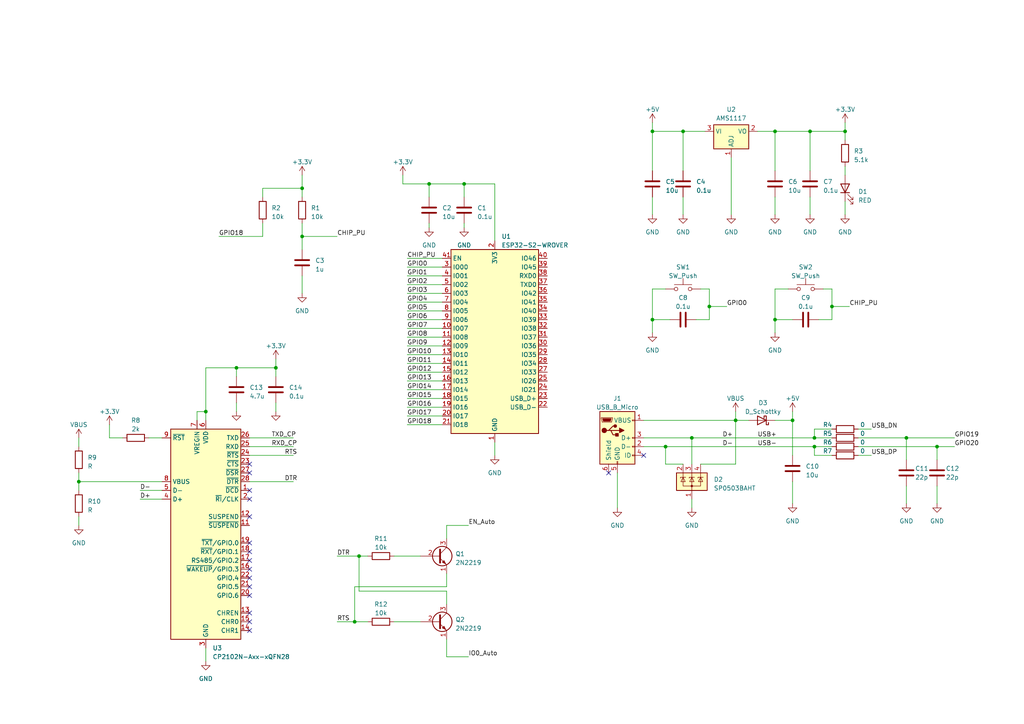
<source format=kicad_sch>
(kicad_sch (version 20230121) (generator eeschema)
  (paper "A4")
  (lib_symbols
    (symbol "Connector:USB_B_Micro" (pin_names (offset 1.016))
      (property "Reference" "J" (at -5.08 11.43 0))
      (property "Value" "USB_B_Micro" (at -5.08 8.89 0))
      (symbol "USB_B_Micro_0_1"
        (rectangle (start -5.08 -7.62) (end 5.08 7.62) (stroke (width 0.254)) (fill (type background)))
        (circle (center -3.81 2.159) (radius 0.635) (stroke (width 0.254)) (fill (type outline)))
        (circle (center -0.635 3.429) (radius 0.381) (stroke (width 0.254)) (fill (type outline)))
        (rectangle (start -0.127 -7.62) (end 0.127 -6.858))
        (polyline (pts (xy -1.905 2.159) (xy 0.635 2.159)) (stroke (width 0.254)))
        (polyline (pts (xy -3.175 2.159) (xy -2.54 2.159) (xy -1.27 3.429) (xy -0.635 3.429)) (stroke (width 0.254)))
        (polyline (pts (xy -2.54 2.159) (xy -1.905 2.159) (xy -1.27 0.889) (xy 0 0.889)) (stroke (width 0.254)))
        (polyline (pts (xy 0.635 2.794) (xy 0.635 1.524) (xy 1.905 2.159) (xy 0.635 2.794)) (stroke (width 0.254)) (fill (type outline)))
        (polyline (pts (xy -4.318 5.588) (xy -1.778 5.588) (xy -2.032 4.826) (xy -4.064 4.826) (xy -4.318 5.588)) (fill (type outline)))
        (polyline (pts (xy -4.699 5.842) (xy -4.699 5.588) (xy -4.445 4.826) (xy -4.445 4.572) (xy -1.651 4.572) (xy -1.651 4.826) (xy -1.397 5.588) (xy -1.397 5.842) (xy -4.699 5.842)))
        (rectangle (start 0.254 1.27) (end -0.508 0.508) (stroke (width 0.254)) (fill (type outline)))
        (rectangle (start 5.08 -5.207) (end 4.318 -4.953))
        (rectangle (start 5.08 -2.667) (end 4.318 -2.413))
        (rectangle (start 5.08 -0.127) (end 4.318 0.127))
        (rectangle (start 5.08 4.953) (end 4.318 5.207))
      )
      (symbol "USB_B_Micro_1_1"
        (pin power_out line (at 7.62 5.08 180) (length 2.54) (name "VBUS") (number "1"))
        (pin bidirectional line (at 7.62 -2.54 180) (length 2.54) (name "D-") (number "2"))
        (pin bidirectional line (at 7.62 0 180) (length 2.54) (name "D+") (number "3"))
        (pin passive line (at 7.62 -5.08 180) (length 2.54) (name "ID") (number "4"))
        (pin power_out line (at 0 -10.16 90) (length 2.54) (name "GND") (number "5"))
        (pin passive line (at -2.54 -10.16 90) (length 2.54) (name "Shield") (number "6"))
      )
    )
    (symbol "Device:C" (pin_numbers hide) (pin_names (offset 0.254))
      (property "Reference" "C" (at 0.635 2.54 0))
      (property "Value" "C" (at 0.635 -2.54 0))
      (symbol "C_0_1"
        (polyline (pts (xy -2.032 -0.762) (xy 2.032 -0.762)) (stroke (width 0.508)))
        (polyline (pts (xy -2.032 0.762) (xy 2.032 0.762)) (stroke (width 0.508)))
      )
      (symbol "C_1_1"
        (pin passive line (at 0 3.81 270) (length 2.794) (name "~") (number "1"))
        (pin passive line (at 0 -3.81 90) (length 2.794) (name "~") (number "2"))
      )
    )
    (symbol "Device:D_Schottky" (pin_numbers hide) (pin_names (offset 1.016) hide)
      (property "Reference" "D" (at 0 2.54 0))
      (property "Value" "D_Schottky" (at 0 -2.54 0))
      (symbol "D_Schottky_0_1"
        (polyline (pts (xy 1.27 0) (xy -1.27 0)))
        (polyline (pts (xy 1.27 1.27) (xy 1.27 -1.27) (xy -1.27 0) (xy 1.27 1.27)) (stroke (width 0.254)))
        (polyline (pts (xy -1.905 0.635) (xy -1.905 1.27) (xy -1.27 1.27) (xy -1.27 -1.27) (xy -0.635 -1.27) (xy -0.635 -0.635)) (stroke (width 0.254)))
      )
      (symbol "D_Schottky_1_1"
        (pin passive line (at -3.81 0 0) (length 2.54) (name "K") (number "1"))
        (pin passive line (at 3.81 0 180) (length 2.54) (name "A") (number "2"))
      )
    )
    (symbol "Device:LED" (pin_numbers hide) (pin_names (offset 1.016) hide)
      (property "Reference" "D" (at 0 2.54 0))
      (property "Value" "LED" (at 0 -2.54 0))
      (symbol "LED_0_1"
        (polyline (pts (xy -1.27 -1.27) (xy -1.27 1.27)) (stroke (width 0.254)))
        (polyline (pts (xy -1.27 0) (xy 1.27 0)))
        (polyline (pts (xy 1.27 -1.27) (xy 1.27 1.27) (xy -1.27 0) (xy 1.27 -1.27)) (stroke (width 0.254)))
        (polyline (pts (xy -3.048 -0.762) (xy -4.572 -2.286) (xy -3.81 -2.286) (xy -4.572 -2.286) (xy -4.572 -1.524)))
        (polyline (pts (xy -1.778 -0.762) (xy -3.302 -2.286) (xy -2.54 -2.286) (xy -3.302 -2.286) (xy -3.302 -1.524)))
      )
      (symbol "LED_1_1"
        (pin passive line (at -3.81 0 0) (length 2.54) (name "K") (number "1"))
        (pin passive line (at 3.81 0 180) (length 2.54) (name "A") (number "2"))
      )
    )
    (symbol "Device:R" (pin_numbers hide) (pin_names (offset 0))
      (property "Reference" "R" (at 2.032 0 90))
      (property "Value" "R" (at 0 0 90))
      (symbol "R_0_1"
        (rectangle (start -1.016 -2.54) (end 1.016 2.54) (stroke (width 0.254)))
      )
      (symbol "R_1_1"
        (pin passive line (at 0 3.81 270) (length 1.27) (name "~") (number "1"))
        (pin passive line (at 0 -3.81 90) (length 1.27) (name "~") (number "2"))
      )
    )
    (symbol "Interface_USB:CP2102N-Axx-xQFN28"
      (property "Reference" "U" (at -8.89 31.75 0))
      (property "Value" "CP2102N-Axx-xQFN28" (at 12.7 31.75 0))
      (symbol "CP2102N-Axx-xQFN28_0_1"
        (rectangle (start -10.16 30.48) (end 10.16 -30.48) (stroke (width 0.254)) (fill (type background)))
      )
      (symbol "CP2102N-Axx-xQFN28_1_1"
        (pin input line (at 12.7 12.7 180) (length 2.54) (name "~{DCD}") (number "1"))
        (pin no_connect line (at -10.16 -27.94 0) (length 2.54) hide (name "NC") (number "10"))
        (pin output line (at 12.7 2.54 180) (length 2.54) (name "~{SUSPEND}") (number "11"))
        (pin output line (at 12.7 5.08 180) (length 2.54) (name "SUSPEND") (number "12"))
        (pin output line (at 12.7 -22.86 180) (length 2.54) (name "CHREN") (number "13"))
        (pin output line (at 12.7 -27.94 180) (length 2.54) (name "CHR1") (number "14"))
        (pin output line (at 12.7 -25.4 180) (length 2.54) (name "CHR0") (number "15"))
        (pin bidirectional line (at 12.7 -10.16 180) (length 2.54) (name "~{WAKEUP}/GPIO.3") (number "16"))
        (pin bidirectional line (at 12.7 -7.62 180) (length 2.54) (name "RS485/GPIO.2") (number "17"))
        (pin bidirectional line (at 12.7 -5.08 180) (length 2.54) (name "~{RXT}/GPIO.1") (number "18"))
        (pin bidirectional line (at 12.7 -2.54 180) (length 2.54) (name "~{TXT}/GPIO.0") (number "19"))
        (pin bidirectional line (at 12.7 10.16 180) (length 2.54) (name "~{RI}/CLK") (number "2"))
        (pin bidirectional line (at 12.7 -17.78 180) (length 2.54) (name "GPIO.6") (number "20"))
        (pin bidirectional line (at 12.7 -15.24 180) (length 2.54) (name "GPIO.5") (number "21"))
        (pin bidirectional line (at 12.7 -12.7 180) (length 2.54) (name "GPIO.4") (number "22"))
        (pin input line (at 12.7 20.32 180) (length 2.54) (name "~{CTS}") (number "23"))
        (pin output line (at 12.7 22.86 180) (length 2.54) (name "~{RTS}") (number "24"))
        (pin input line (at 12.7 25.4 180) (length 2.54) (name "RXD") (number "25"))
        (pin output line (at 12.7 27.94 180) (length 2.54) (name "TXD") (number "26"))
        (pin input line (at 12.7 17.78 180) (length 2.54) (name "~{DSR}") (number "27"))
        (pin output line (at 12.7 15.24 180) (length 2.54) (name "~{DTR}") (number "28"))
        (pin passive line (at 0 -33.02 90) (length 2.54) hide (name "GND") (number "29"))
        (pin power_in line (at 0 -33.02 90) (length 2.54) (name "GND") (number "3"))
        (pin bidirectional line (at -12.7 10.16 0) (length 2.54) (name "D+") (number "4"))
        (pin bidirectional line (at -12.7 12.7 0) (length 2.54) (name "D-") (number "5"))
        (pin power_in line (at 0 33.02 270) (length 2.54) (name "VDD") (number "6"))
        (pin power_in line (at -2.54 33.02 270) (length 2.54) (name "VREGIN") (number "7"))
        (pin input line (at -12.7 15.24 0) (length 2.54) (name "VBUS") (number "8"))
        (pin input line (at -12.7 27.94 0) (length 2.54) (name "~{RST}") (number "9"))
      )
    )
    (symbol "Power_Protection:SP0503BAHT" (pin_names hide)
      (property "Reference" "D" (at 5.715 2.54 0))
      (property "Value" "SP0503BAHT" (at 5.715 0.635 0))
      (symbol "SP0503BAHT_0_0"
        (pin passive line (at 0 -5.08 90) (length 2.54) (name "A") (number "1"))
      )
      (symbol "SP0503BAHT_0_1"
        (rectangle (start -4.445 2.54) (end 4.445 -2.54) (stroke (width 0.254)) (fill (type background)))
        (circle (center 0 -1.27) (radius 0.254) (fill (type outline)))
        (polyline (pts (xy -2.54 2.54) (xy -2.54 1.27)))
        (polyline (pts (xy 0 -1.27) (xy 0 -2.54)))
        (polyline (pts (xy 0 -1.27) (xy 0 1.27)))
        (polyline (pts (xy 0 2.54) (xy 0 1.27)))
        (polyline (pts (xy 0.635 1.27) (xy 0.762 1.27)))
        (polyline (pts (xy 2.54 2.54) (xy 2.54 1.27)))
        (polyline (pts (xy 0.635 1.27) (xy -0.762 1.27) (xy -0.762 1.016)))
        (polyline (pts (xy -3.302 1.016) (xy -3.302 1.27) (xy -1.905 1.27) (xy -1.778 1.27)))
        (polyline (pts (xy -2.54 1.27) (xy -2.54 -1.27) (xy 2.54 -1.27) (xy 2.54 1.27)))
        (polyline (pts (xy -2.54 1.27) (xy -1.905 0) (xy -3.175 0) (xy -2.54 1.27)))
        (polyline (pts (xy 0.635 0) (xy -0.635 0) (xy 0 1.27) (xy 0.635 0)))
        (polyline (pts (xy 1.778 1.016) (xy 1.778 1.27) (xy 3.175 1.27) (xy 3.302 1.27)))
        (polyline (pts (xy 2.54 1.27) (xy 1.905 0) (xy 3.175 0) (xy 2.54 1.27)))
      )
      (symbol "SP0503BAHT_1_1"
        (pin passive line (at -2.54 5.08 270) (length 2.54) (name "K") (number "2"))
        (pin passive line (at 0 5.08 270) (length 2.54) (name "K") (number "3"))
        (pin passive line (at 2.54 5.08 270) (length 2.54) (name "K") (number "4"))
      )
    )
    (symbol "RF_Module:ESP32-S2-WROVER"
      (property "Reference" "U" (at -12.7 29.21 0))
      (property "Value" "ESP32-S2-WROVER" (at 2.54 29.21 0))
      (symbol "ESP32-S2-WROVER_0_1"
        (rectangle (start -12.7 27.94) (end 12.7 -25.4) (stroke (width 0.254)) (fill (type background)))
      )
      (symbol "ESP32-S2-WROVER_1_1"
        (pin power_in line (at 0 -27.94 90) (length 2.54) (name "GND") (number "1"))
        (pin bidirectional line (at -15.24 5.08 0) (length 2.54) (name "IO07") (number "10"))
        (pin bidirectional line (at -15.24 2.54 0) (length 2.54) (name "IO08") (number "11"))
        (pin bidirectional line (at -15.24 0 0) (length 2.54) (name "IO09") (number "12"))
        (pin bidirectional line (at -15.24 -2.54 0) (length 2.54) (name "IO10") (number "13"))
        (pin bidirectional line (at -15.24 -5.08 0) (length 2.54) (name "IO11") (number "14"))
        (pin bidirectional line (at -15.24 -7.62 0) (length 2.54) (name "IO12") (number "15"))
        (pin bidirectional line (at -15.24 -10.16 0) (length 2.54) (name "IO13") (number "16"))
        (pin bidirectional line (at -15.24 -12.7 0) (length 2.54) (name "IO14") (number "17"))
        (pin bidirectional line (at -15.24 -15.24 0) (length 2.54) (name "IO15") (number "18"))
        (pin bidirectional line (at -15.24 -17.78 0) (length 2.54) (name "IO16") (number "19"))
        (pin power_in line (at 0 30.48 270) (length 2.54) (name "3V3") (number "2"))
        (pin bidirectional line (at -15.24 -20.32 0) (length 2.54) (name "IO17") (number "20"))
        (pin bidirectional line (at -15.24 -22.86 0) (length 2.54) (name "IO18") (number "21"))
        (pin bidirectional line (at 15.24 -17.78 180) (length 2.54) (name "USB_D-") (number "22"))
        (pin bidirectional line (at 15.24 -15.24 180) (length 2.54) (name "USB_D+") (number "23"))
        (pin bidirectional line (at 15.24 -12.7 180) (length 2.54) (name "IO21") (number "24"))
        (pin bidirectional line (at 15.24 -10.16 180) (length 2.54) (name "IO26") (number "25"))
        (pin passive line (at 0 -27.94 90) (length 2.54) hide (name "GND") (number "26"))
        (pin bidirectional line (at 15.24 -7.62 180) (length 2.54) (name "IO33") (number "27"))
        (pin bidirectional line (at 15.24 -5.08 180) (length 2.54) (name "IO34") (number "28"))
        (pin bidirectional line (at 15.24 -2.54 180) (length 2.54) (name "IO35") (number "29"))
        (pin bidirectional line (at -15.24 22.86 0) (length 2.54) (name "IO00") (number "3"))
        (pin bidirectional line (at 15.24 0 180) (length 2.54) (name "IO36") (number "30"))
        (pin bidirectional line (at 15.24 2.54 180) (length 2.54) (name "IO37") (number "31"))
        (pin bidirectional line (at 15.24 5.08 180) (length 2.54) (name "IO38") (number "32"))
        (pin bidirectional line (at 15.24 7.62 180) (length 2.54) (name "IO39") (number "33"))
        (pin bidirectional line (at 15.24 10.16 180) (length 2.54) (name "IO40") (number "34"))
        (pin bidirectional line (at 15.24 12.7 180) (length 2.54) (name "IO41") (number "35"))
        (pin bidirectional line (at 15.24 15.24 180) (length 2.54) (name "IO42") (number "36"))
        (pin bidirectional line (at 15.24 17.78 180) (length 2.54) (name "TXD0") (number "37"))
        (pin bidirectional line (at 15.24 20.32 180) (length 2.54) (name "RXD0") (number "38"))
        (pin bidirectional line (at 15.24 22.86 180) (length 2.54) (name "IO45") (number "39"))
        (pin bidirectional line (at -15.24 20.32 0) (length 2.54) (name "IO01") (number "4"))
        (pin input line (at 15.24 25.4 180) (length 2.54) (name "IO46") (number "40"))
        (pin input line (at -15.24 25.4 0) (length 2.54) (name "EN") (number "41"))
        (pin passive line (at 0 -27.94 90) (length 2.54) hide (name "GND") (number "42"))
        (pin passive line (at 0 -27.94 90) (length 2.54) hide (name "GND") (number "43"))
        (pin bidirectional line (at -15.24 17.78 0) (length 2.54) (name "IO02") (number "5"))
        (pin bidirectional line (at -15.24 15.24 0) (length 2.54) (name "IO03") (number "6"))
        (pin bidirectional line (at -15.24 12.7 0) (length 2.54) (name "IO04") (number "7"))
        (pin bidirectional line (at -15.24 10.16 0) (length 2.54) (name "IO05") (number "8"))
        (pin bidirectional line (at -15.24 7.62 0) (length 2.54) (name "IO06") (number "9"))
      )
    )
    (symbol "Regulator_Linear:AMS1117"
      (property "Reference" "U" (at -3.81 3.175 0))
      (property "Value" "AMS1117" (at 0 3.175 0))
      (symbol "AMS1117_0_1"
        (rectangle (start -5.08 -5.08) (end 5.08 1.905) (stroke (width 0.254)) (fill (type background)))
      )
      (symbol "AMS1117_1_1"
        (pin input line (at 0 -7.62 90) (length 2.54) (name "ADJ") (number "1"))
        (pin power_out line (at 7.62 0 180) (length 2.54) (name "VO") (number "2"))
        (pin power_in line (at -7.62 0 0) (length 2.54) (name "VI") (number "3"))
      )
    )
    (symbol "Switch:SW_Push" (pin_numbers hide) (pin_names (offset 1.016) hide)
      (property "Reference" "SW" (at 1.27 2.54 0))
      (property "Value" "SW_Push" (at 0 -1.524 0))
      (symbol "SW_Push_0_1"
        (circle (center -2.032 0) (radius 0.508))
        (polyline (pts (xy 0 1.27) (xy 0 3.048)))
        (polyline (pts (xy 2.54 1.27) (xy -2.54 1.27)))
        (circle (center 2.032 0) (radius 0.508))
        (pin passive line (at -5.08 0 0) (length 2.54) (name "1") (number "1"))
        (pin passive line (at 5.08 0 180) (length 2.54) (name "2") (number "2"))
      )
    )
    (symbol "Transistor_BJT:2N2219" (pin_names (offset 0) hide)
      (property "Reference" "Q" (at 5.08 1.905 0))
      (property "Value" "2N2219" (at 5.08 0 0))
      (symbol "2N2219_0_1"
        (polyline (pts (xy 0.635 0.635) (xy 2.54 2.54)))
        (polyline (pts (xy 0.635 -0.635) (xy 2.54 -2.54) (xy 2.54 -2.54)))
        (polyline (pts (xy 0.635 1.905) (xy 0.635 -1.905) (xy 0.635 -1.905)) (stroke (width 0.508)))
        (polyline (pts (xy 1.27 -1.778) (xy 1.778 -1.27) (xy 2.286 -2.286) (xy 1.27 -1.778) (xy 1.27 -1.778)) (fill (type outline)))
        (circle (center 1.27 0) (radius 2.8194) (stroke (width 0.254)))
      )
      (symbol "2N2219_1_1"
        (pin passive line (at 2.54 -5.08 90) (length 2.54) (name "E") (number "1"))
        (pin passive line (at -5.08 0 0) (length 5.715) (name "B") (number "2"))
        (pin passive line (at 2.54 5.08 270) (length 2.54) (name "C") (number "3"))
      )
    )
    (symbol "power:+3.3V" (power) (pin_names (offset 0))
      (property "Value" "+3.3V" (at 0 3.556 0))
      (symbol "+3.3V_0_1"
        (polyline (pts (xy -0.762 1.27) (xy 0 2.54)))
        (polyline (pts (xy 0 0) (xy 0 2.54)))
        (polyline (pts (xy 0 2.54) (xy 0.762 1.27)))
      )
      (symbol "+3.3V_1_1"
        (pin power_in line (at 0 0 90) (length 0) hide (name "+3.3V") (number "1"))
      )
    )
    (symbol "power:+5V" (power) (pin_names (offset 0))
      (property "Value" "+5V" (at 0 3.556 0))
      (symbol "+5V_0_1"
        (polyline (pts (xy -0.762 1.27) (xy 0 2.54)))
        (polyline (pts (xy 0 0) (xy 0 2.54)))
        (polyline (pts (xy 0 2.54) (xy 0.762 1.27)))
      )
      (symbol "+5V_1_1"
        (pin power_in line (at 0 0 90) (length 0) hide (name "+5V") (number "1"))
      )
    )
    (symbol "power:GND" (power) (pin_names (offset 0))
      (property "Value" "GND" (at 0 -3.81 0))
      (symbol "GND_0_1"
        (polyline (pts (xy 0 0) (xy 0 -1.27) (xy 1.27 -1.27) (xy 0 -2.54) (xy -1.27 -1.27) (xy 0 -1.27)))
      )
      (symbol "GND_1_1"
        (pin power_in line (at 0 0 270) (length 0) hide (name "GND") (number "1"))
      )
    )
    (symbol "power:VBUS" (power) (pin_names (offset 0))
      (property "Value" "VBUS" (at 0 3.81 0))
      (symbol "VBUS_0_1"
        (polyline (pts (xy -0.762 1.27) (xy 0 2.54)))
        (polyline (pts (xy 0 0) (xy 0 2.54)))
        (polyline (pts (xy 0 2.54) (xy 0.762 1.27)))
      )
      (symbol "VBUS_1_1"
        (pin power_in line (at 0 0 90) (length 0) hide (name "VBUS") (number "1"))
      )
    )
  )
  (junction (at 134.62 53.34))
  (junction (at 236.22 127))
  (junction (at 224.79 38.1))
  (junction (at 200.66 127))
  (junction (at 236.22 129.54))
  (junction (at 224.79 92.71))
  (junction (at 245.11 38.1))
  (junction (at 189.23 38.1))
  (junction (at 213.36 121.92))
  (junction (at 189.23 92.71))
  (junction (at 22.86 139.7))
  (junction (at 234.95 38.1))
  (junction (at 198.12 38.1))
  (junction (at 205.74 88.9))
  (junction (at 241.3 88.9))
  (junction (at 68.58 106.68))
  (junction (at 124.46 53.34))
  (junction (at 80.01 106.68))
  (junction (at 104.14 161.29))
  (junction (at 193.04 129.54))
  (junction (at 271.78 129.54))
  (junction (at 262.89 127))
  (junction (at 87.63 54.61))
  (junction (at 59.69 119.38))
  (junction (at 87.63 68.58))
  (junction (at 229.87 121.92))
  (junction (at 102.87 180.34))
  (no_connect (at 72.39 167.64))
  (no_connect (at 72.39 165.1))
  (no_connect (at 186.69 132.08))
  (no_connect (at 72.39 180.34))
  (no_connect (at 72.39 134.62))
  (no_connect (at 72.39 172.72))
  (no_connect (at 72.39 160.02))
  (no_connect (at 72.39 177.8))
  (no_connect (at 72.39 157.48))
  (no_connect (at 72.39 144.78))
  (no_connect (at 72.39 137.16))
  (no_connect (at 72.39 162.56))
  (no_connect (at 72.39 170.18))
  (no_connect (at 72.39 182.88))
  (no_connect (at 72.39 142.24))
  (no_connect (at 176.53 137.16))
  (no_connect (at 72.39 149.86))
  (wire (pts (xy 237.49 92.71) (xy 241.3 92.71)))
  (wire (pts (xy 205.74 92.71) (xy 205.74 88.9)))
  (wire (pts (xy 129.54 152.4) (xy 129.54 156.21)))
  (wire (pts (xy 114.3 180.34) (xy 121.92 180.34)))
  (wire (pts (xy 134.62 53.34) (xy 134.62 57.15)))
  (wire (pts (xy 271.78 129.54) (xy 276.86 129.54)))
  (wire (pts (xy 118.11 92.71) (xy 128.27 92.71)))
  (wire (pts (xy 104.14 161.29) (xy 106.68 161.29)))
  (wire (pts (xy 189.23 83.82) (xy 189.23 92.71)))
  (wire (pts (xy 118.11 110.49) (xy 128.27 110.49)))
  (wire (pts (xy 40.64 144.78) (xy 46.99 144.78)))
  (wire (pts (xy 80.01 106.68) (xy 80.01 109.22)))
  (wire (pts (xy 72.39 127) (xy 85.09 127)))
  (wire (pts (xy 22.86 149.86) (xy 22.86 152.4)))
  (wire (pts (xy 229.87 121.92) (xy 229.87 119.38)))
  (wire (pts (xy 193.04 129.54) (xy 236.22 129.54)))
  (wire (pts (xy 63.5 68.58) (xy 76.2 68.58)))
  (wire (pts (xy 205.74 88.9) (xy 210.82 88.9)))
  (wire (pts (xy 234.95 38.1) (xy 245.11 38.1)))
  (wire (pts (xy 213.36 121.92) (xy 213.36 134.62)))
  (wire (pts (xy 193.04 134.62) (xy 198.12 134.62)))
  (wire (pts (xy 22.86 127) (xy 22.86 129.54)))
  (wire (pts (xy 104.14 171.45) (xy 104.14 161.29)))
  (wire (pts (xy 57.15 119.38) (xy 59.69 119.38)))
  (wire (pts (xy 134.62 64.77) (xy 134.62 66.04)))
  (wire (pts (xy 271.78 140.97) (xy 271.78 146.05)))
  (wire (pts (xy 68.58 116.84) (xy 68.58 119.38)))
  (wire (pts (xy 59.69 106.68) (xy 68.58 106.68)))
  (wire (pts (xy 224.79 57.15) (xy 224.79 62.23)))
  (wire (pts (xy 213.36 134.62) (xy 203.2 134.62)))
  (wire (pts (xy 102.87 180.34) (xy 106.68 180.34)))
  (wire (pts (xy 248.92 132.08) (xy 252.73 132.08)))
  (wire (pts (xy 205.74 83.82) (xy 203.2 83.82)))
  (wire (pts (xy 72.39 129.54) (xy 85.09 129.54)))
  (wire (pts (xy 68.58 106.68) (xy 80.01 106.68)))
  (wire (pts (xy 186.69 127) (xy 200.66 127)))
  (wire (pts (xy 87.63 64.77) (xy 87.63 68.58)))
  (wire (pts (xy 248.92 124.46) (xy 252.73 124.46)))
  (wire (pts (xy 31.75 127) (xy 31.75 123.19)))
  (wire (pts (xy 114.3 161.29) (xy 121.92 161.29)))
  (wire (pts (xy 224.79 38.1) (xy 224.79 49.53)))
  (wire (pts (xy 116.84 50.8) (xy 116.84 53.34)))
  (wire (pts (xy 80.01 116.84) (xy 80.01 119.38)))
  (wire (pts (xy 241.3 92.71) (xy 241.3 88.9)))
  (wire (pts (xy 189.23 92.71) (xy 194.31 92.71)))
  (wire (pts (xy 116.84 53.34) (xy 124.46 53.34)))
  (wire (pts (xy 224.79 83.82) (xy 224.79 92.71)))
  (wire (pts (xy 189.23 57.15) (xy 189.23 62.23)))
  (wire (pts (xy 262.89 127) (xy 276.86 127)))
  (wire (pts (xy 234.95 38.1) (xy 234.95 49.53)))
  (wire (pts (xy 118.11 100.33) (xy 128.27 100.33)))
  (wire (pts (xy 129.54 175.26) (xy 129.54 171.45)))
  (wire (pts (xy 241.3 88.9) (xy 246.38 88.9)))
  (wire (pts (xy 135.89 190.5) (xy 129.54 190.5)))
  (wire (pts (xy 87.63 68.58) (xy 87.63 72.39)))
  (wire (pts (xy 57.15 121.92) (xy 57.15 119.38)))
  (wire (pts (xy 186.69 129.54) (xy 193.04 129.54)))
  (wire (pts (xy 87.63 50.8) (xy 87.63 54.61)))
  (wire (pts (xy 40.64 142.24) (xy 46.99 142.24)))
  (wire (pts (xy 189.23 35.56) (xy 189.23 38.1)))
  (wire (pts (xy 248.92 127) (xy 262.89 127)))
  (wire (pts (xy 241.3 88.9) (xy 241.3 83.82)))
  (wire (pts (xy 200.66 127) (xy 200.66 134.62)))
  (wire (pts (xy 118.11 118.11) (xy 128.27 118.11)))
  (wire (pts (xy 129.54 166.37) (xy 129.54 170.18)))
  (wire (pts (xy 241.3 83.82) (xy 238.76 83.82)))
  (wire (pts (xy 262.89 127) (xy 262.89 133.35)))
  (wire (pts (xy 118.11 80.01) (xy 128.27 80.01)))
  (wire (pts (xy 135.89 152.4) (xy 129.54 152.4)))
  (wire (pts (xy 229.87 121.92) (xy 229.87 132.08)))
  (wire (pts (xy 68.58 106.68) (xy 68.58 109.22)))
  (wire (pts (xy 102.87 170.18) (xy 102.87 180.34)))
  (wire (pts (xy 87.63 54.61) (xy 87.63 57.15)))
  (wire (pts (xy 245.11 58.42) (xy 245.11 62.23)))
  (wire (pts (xy 189.23 92.71) (xy 189.23 96.52)))
  (wire (pts (xy 59.69 106.68) (xy 59.69 119.38)))
  (wire (pts (xy 129.54 170.18) (xy 102.87 170.18)))
  (wire (pts (xy 22.86 139.7) (xy 46.99 139.7)))
  (wire (pts (xy 129.54 171.45) (xy 104.14 171.45)))
  (wire (pts (xy 118.11 87.63) (xy 128.27 87.63)))
  (wire (pts (xy 134.62 53.34) (xy 143.51 53.34)))
  (wire (pts (xy 245.11 38.1) (xy 245.11 40.64)))
  (wire (pts (xy 118.11 115.57) (xy 128.27 115.57)))
  (wire (pts (xy 236.22 127) (xy 236.22 124.46)))
  (wire (pts (xy 87.63 80.01) (xy 87.63 85.09)))
  (wire (pts (xy 213.36 121.92) (xy 217.17 121.92)))
  (wire (pts (xy 118.11 74.93) (xy 128.27 74.93)))
  (wire (pts (xy 118.11 102.87) (xy 128.27 102.87)))
  (wire (pts (xy 193.04 129.54) (xy 193.04 134.62)))
  (wire (pts (xy 236.22 129.54) (xy 236.22 132.08)))
  (wire (pts (xy 143.51 128.27) (xy 143.51 132.08)))
  (wire (pts (xy 118.11 97.79) (xy 128.27 97.79)))
  (wire (pts (xy 213.36 119.38) (xy 213.36 121.92)))
  (wire (pts (xy 97.79 180.34) (xy 102.87 180.34)))
  (wire (pts (xy 118.11 82.55) (xy 128.27 82.55)))
  (wire (pts (xy 118.11 123.19) (xy 128.27 123.19)))
  (wire (pts (xy 245.11 48.26) (xy 245.11 50.8)))
  (wire (pts (xy 129.54 190.5) (xy 129.54 185.42)))
  (wire (pts (xy 245.11 35.56) (xy 245.11 38.1)))
  (wire (pts (xy 118.11 113.03) (xy 128.27 113.03)))
  (wire (pts (xy 212.09 45.72) (xy 212.09 62.23)))
  (wire (pts (xy 198.12 38.1) (xy 198.12 49.53)))
  (wire (pts (xy 35.56 127) (xy 31.75 127)))
  (wire (pts (xy 124.46 64.77) (xy 124.46 66.04)))
  (wire (pts (xy 118.11 77.47) (xy 128.27 77.47)))
  (wire (pts (xy 229.87 139.7) (xy 229.87 146.05)))
  (wire (pts (xy 97.79 161.29) (xy 104.14 161.29)))
  (wire (pts (xy 248.92 129.54) (xy 271.78 129.54)))
  (wire (pts (xy 59.69 119.38) (xy 59.69 121.92)))
  (wire (pts (xy 236.22 129.54) (xy 241.3 129.54)))
  (wire (pts (xy 236.22 127) (xy 241.3 127)))
  (wire (pts (xy 118.11 107.95) (xy 128.27 107.95)))
  (wire (pts (xy 193.04 83.82) (xy 189.23 83.82)))
  (wire (pts (xy 224.79 92.71) (xy 224.79 96.52)))
  (wire (pts (xy 224.79 38.1) (xy 234.95 38.1)))
  (wire (pts (xy 22.86 137.16) (xy 22.86 139.7)))
  (wire (pts (xy 189.23 38.1) (xy 189.23 49.53)))
  (wire (pts (xy 72.39 132.08) (xy 85.09 132.08)))
  (wire (pts (xy 118.11 120.65) (xy 128.27 120.65)))
  (wire (pts (xy 87.63 54.61) (xy 76.2 54.61)))
  (wire (pts (xy 234.95 57.15) (xy 234.95 62.23)))
  (wire (pts (xy 118.11 95.25) (xy 128.27 95.25)))
  (wire (pts (xy 76.2 68.58) (xy 76.2 64.77)))
  (wire (pts (xy 224.79 121.92) (xy 229.87 121.92)))
  (wire (pts (xy 198.12 38.1) (xy 204.47 38.1)))
  (wire (pts (xy 236.22 132.08) (xy 241.3 132.08)))
  (wire (pts (xy 76.2 54.61) (xy 76.2 57.15)))
  (wire (pts (xy 271.78 129.54) (xy 271.78 133.35)))
  (wire (pts (xy 236.22 124.46) (xy 241.3 124.46)))
  (wire (pts (xy 224.79 92.71) (xy 229.87 92.71)))
  (wire (pts (xy 205.74 88.9) (xy 205.74 83.82)))
  (wire (pts (xy 80.01 104.14) (xy 80.01 106.68)))
  (wire (pts (xy 87.63 68.58) (xy 97.79 68.58)))
  (wire (pts (xy 198.12 57.15) (xy 198.12 62.23)))
  (wire (pts (xy 200.66 144.78) (xy 200.66 147.32)))
  (wire (pts (xy 72.39 139.7) (xy 85.09 139.7)))
  (wire (pts (xy 201.93 92.71) (xy 205.74 92.71)))
  (wire (pts (xy 228.6 83.82) (xy 224.79 83.82)))
  (wire (pts (xy 43.18 127) (xy 46.99 127)))
  (wire (pts (xy 179.07 137.16) (xy 179.07 147.32)))
  (wire (pts (xy 59.69 187.96) (xy 59.69 191.77)))
  (wire (pts (xy 200.66 127) (xy 236.22 127)))
  (wire (pts (xy 219.71 38.1) (xy 224.79 38.1)))
  (wire (pts (xy 189.23 38.1) (xy 198.12 38.1)))
  (wire (pts (xy 124.46 53.34) (xy 124.46 57.15)))
  (wire (pts (xy 22.86 139.7) (xy 22.86 142.24)))
  (wire (pts (xy 262.89 140.97) (xy 262.89 146.05)))
  (wire (pts (xy 118.11 90.17) (xy 128.27 90.17)))
  (wire (pts (xy 118.11 105.41) (xy 128.27 105.41)))
  (wire (pts (xy 186.69 121.92) (xy 213.36 121.92)))
  (wire (pts (xy 124.46 53.34) (xy 134.62 53.34)))
  (wire (pts (xy 118.11 85.09) (xy 128.27 85.09)))
  (wire (pts (xy 143.51 53.34) (xy 143.51 69.85)))
  (label "GPIO6" (at 118.11 92.71 0))
  (label "USB_DP" (at 252.73 132.08 0))
  (label "USB+" (at 219.71 127 0))
  (label "GPIO13" (at 118.11 110.49 0))
  (label "GPIO16" (at 118.11 118.11 0))
  (label "GPIO9" (at 118.11 100.33 0))
  (label "RTS" (at 97.79 180.34 0))
  (label "D+" (at 209.55 127 0))
  (label "GPIO18" (at 63.5 68.58 0))
  (label "GPIO18" (at 118.11 123.19 0))
  (label "GPIO17" (at 118.11 120.65 0))
  (label "GPIO12" (at 118.11 107.95 0))
  (label "GPIO1" (at 118.11 80.01 0))
  (label "GPIO14" (at 118.11 113.03 0))
  (label "GPIO10" (at 118.11 102.87 0))
  (label "EN_Auto" (at 135.89 152.4 0))
  (label "GPIO15" (at 118.11 115.57 0))
  (label "D-" (at 40.64 142.24 0))
  (label "TXD_CP" (at 78.74 127 0))
  (label "CHIP_PU" (at 118.11 74.93 0))
  (label "RXD_CP" (at 78.74 129.54 0))
  (label "GPIO0" (at 118.11 77.47 0))
  (label "GPIO0" (at 210.82 88.9 0))
  (label "GPIO2" (at 118.11 82.55 0))
  (label "DTR" (at 82.55 139.7 0))
  (label "GPIO7" (at 118.11 95.25 0))
  (label "GPIO3" (at 118.11 85.09 0))
  (label "CHIP_PU" (at 246.38 88.9 0))
  (label "GPIO20" (at 276.86 129.54 0))
  (label "GPIO19" (at 276.86 127 0))
  (label "D+" (at 40.64 144.78 0))
  (label "RTS" (at 82.55 132.08 0))
  (label "USB-" (at 219.71 129.54 0))
  (label "GPIO5" (at 118.11 90.17 0))
  (label "IO0_Auto" (at 135.89 190.5 0))
  (label "GPIO8" (at 118.11 97.79 0))
  (label "USB_DN" (at 252.73 124.46 0))
  (label "D-" (at 209.55 129.54 0))
  (label "GPIO11" (at 118.11 105.41 0))
  (label "DTR" (at 97.79 161.29 0))
  (label "CHIP_PU" (at 97.79 68.58 0))
  (label "GPIO4" (at 118.11 87.63 0))
  (symbol (lib_id "Transistor_BJT:2N2219") (at 127 161.29 0) (unit 1)
    (property "Reference" "Q1" (at 132.08 160.655 0) (effects (justify left)))
    (property "Value" "2N2219" (at 132.08 163.195 0) (effects (justify left)))
    (property "Footprint" "Package_TO_SOT_THT:TO-39-3" (effects hide))
    (property "Datasheet" "http://www.onsemi.com/pub_link/Collateral/2N2219-D.PDF" (effects hide))
  )
  (symbol (lib_id "Device:C") (at 80.01 113.03 0) (unit 1)
    (property "Reference" "C14" (at 83.82 112.395 0) (effects (justify left)))
    (property "Value" "0.1u" (at 83.82 114.935 0) (effects (justify left)))
  )
  (symbol (lib_id "Device:C") (at 224.79 53.34 0) (unit 1)
    (property "Reference" "C6" (at 228.6 52.705 0) (effects (justify left)))
    (property "Value" "10u" (at 228.6 55.245 0) (effects (justify left)))
  )
  (symbol (lib_id "power:GND") (at 224.79 62.23 0) (unit 1)
    (property "Reference" "#PWR09" (effects hide))
    (property "Value" "GND" (at 224.79 67.31 0))
  )
  (symbol (lib_id "Device:R") (at 245.11 124.46 90) (unit 1)
    (property "Reference" "R4" (at 240.03 123.19 90))
    (property "Value" "0" (at 250.19 123.19 90))
  )
  (symbol (lib_id "Device:LED") (at 245.11 54.61 90) (unit 1)
    (property "Reference" "D1" (at 248.92 55.5625 90) (effects (justify right)))
    (property "Value" "RED" (at 248.92 58.1025 90) (effects (justify right)))
  )
  (symbol (lib_id "power:GND") (at 179.07 147.32 0) (unit 1)
    (property "Reference" "#PWR014" (effects hide))
    (property "Value" "GND" (at 179.07 152.4 0))
  )
  (symbol (lib_id "power:GND") (at 262.89 146.05 0) (unit 1)
    (property "Reference" "#PWR022" (effects hide))
    (property "Value" "GND" (at 262.89 151.13 0))
  )
  (symbol (lib_id "Device:R") (at 22.86 133.35 0) (unit 1)
    (property "Reference" "R9" (at 25.4 132.715 0) (effects (justify left)))
    (property "Value" "R" (at 25.4 135.255 0) (effects (justify left)))
  )
  (symbol (lib_id "power:GND") (at 212.09 62.23 0) (unit 1)
    (property "Reference" "#PWR07" (effects hide))
    (property "Value" "GND" (at 212.09 67.31 0))
  )
  (symbol (lib_id "Device:C") (at 124.46 60.96 0) (unit 1)
    (property "Reference" "C2" (at 128.27 60.325 0) (effects (justify left)))
    (property "Value" "10u" (at 128.27 62.865 0) (effects (justify left)))
  )
  (symbol (lib_id "power:GND") (at 124.46 66.04 0) (unit 1)
    (property "Reference" "#PWR03" (effects hide))
    (property "Value" "GND" (at 124.46 71.12 0))
  )
  (symbol (lib_id "Regulator_Linear:AMS1117") (at 212.09 38.1 0) (unit 1)
    (property "Reference" "U2" (at 212.09 31.75 0))
    (property "Value" "AMS1117" (at 212.09 34.29 0))
    (property "Footprint" "Package_TO_SOT_SMD:SOT-223-3_TabPin2" (effects hide))
    (property "Datasheet" "http://www.advanced-monolithic.com/pdf/ds1117.pdf" (effects hide))
  )
  (symbol (lib_id "power:GND") (at 189.23 96.52 0) (unit 1)
    (property "Reference" "#PWR012" (effects hide))
    (property "Value" "GND" (at 189.23 101.6 0))
  )
  (symbol (lib_id "Device:R") (at 87.63 60.96 0) (unit 1)
    (property "Reference" "R1" (at 90.17 60.325 0) (effects (justify left)))
    (property "Value" "10k" (at 90.17 62.865 0) (effects (justify left)))
  )
  (symbol (lib_id "power:VBUS") (at 213.36 119.38 0) (unit 1)
    (property "Reference" "#PWR015" (effects hide))
    (property "Value" "VBUS" (at 213.36 115.57 0))
  )
  (symbol (lib_id "Interface_USB:CP2102N-Axx-xQFN28") (at 59.69 154.94 0) (unit 1)
    (property "Reference" "U3" (at 61.6459 187.96 0) (effects (justify left)))
    (property "Value" "CP2102N-Axx-xQFN28" (at 61.6459 190.5 0) (effects (justify left)))
    (property "Footprint" "Package_DFN_QFN:QFN-28-1EP_5x5mm_P0.5mm_EP3.35x3.35mm" (effects hide))
    (property "Datasheet" "https://www.silabs.com/documents/public/data-sheets/cp2102n-datasheet.pdf" (effects hide))
  )
  (symbol (lib_id "Device:R") (at 245.11 44.45 0) (unit 1)
    (property "Reference" "R3" (at 247.65 43.815 0) (effects (justify left)))
    (property "Value" "5.1k" (at 247.65 46.355 0) (effects (justify left)))
  )
  (symbol (lib_id "power:GND") (at 234.95 62.23 0) (unit 1)
    (property "Reference" "#PWR010" (effects hide))
    (property "Value" "GND" (at 234.95 67.31 0))
  )
  (symbol (lib_id "Device:C") (at 271.78 137.16 0) (unit 1)
    (property "Reference" "C12" (at 274.32 135.89 0) (effects (justify left)))
    (property "Value" "22p" (at 274.32 138.43 0) (effects (justify left)))
  )
  (symbol (lib_id "Device:R") (at 110.49 161.29 90) (unit 1)
    (property "Reference" "R11" (at 110.49 156.21 90))
    (property "Value" "10k" (at 110.49 158.75 90))
  )
  (symbol (lib_id "Device:C") (at 189.23 53.34 0) (unit 1)
    (property "Reference" "C5" (at 193.04 52.705 0) (effects (justify left)))
    (property "Value" "10u" (at 193.04 55.245 0) (effects (justify left)))
  )
  (symbol (lib_id "Device:C") (at 68.58 113.03 0) (unit 1)
    (property "Reference" "C13" (at 72.39 112.395 0) (effects (justify left)))
    (property "Value" "4.7u" (at 72.39 114.935 0) (effects (justify left)))
  )
  (symbol (lib_id "Device:R") (at 110.49 180.34 90) (unit 1)
    (property "Reference" "R12" (at 110.49 175.26 90))
    (property "Value" "10k" (at 110.49 177.8 90))
  )
  (symbol (lib_id "Switch:SW_Push") (at 198.12 83.82 0) (unit 1)
    (property "Reference" "SW1" (at 198.12 77.47 0))
    (property "Value" "SW_Push" (at 198.12 80.01 0))
  )
  (symbol (lib_id "power:+3.3V") (at 87.63 50.8 0) (unit 1)
    (property "Reference" "#PWR020" (effects hide))
    (property "Value" "+3.3V" (at 87.63 46.99 0))
  )
  (symbol (lib_id "Device:C") (at 87.63 76.2 0) (unit 1)
    (property "Reference" "C3" (at 91.44 75.565 0) (effects (justify left)))
    (property "Value" "1u" (at 91.44 78.105 0) (effects (justify left)))
  )
  (symbol (lib_id "power:GND") (at 224.79 96.52 0) (unit 1)
    (property "Reference" "#PWR013" (effects hide))
    (property "Value" "GND" (at 224.79 101.6 0))
  )
  (symbol (lib_id "power:GND") (at 229.87 146.05 0) (unit 1)
    (property "Reference" "#PWR018" (effects hide))
    (property "Value" "GND" (at 229.87 151.13 0))
  )
  (symbol (lib_id "Device:C") (at 198.12 53.34 0) (unit 1)
    (property "Reference" "C4" (at 201.93 52.705 0) (effects (justify left)))
    (property "Value" "0.1u" (at 201.93 55.245 0) (effects (justify left)))
  )
  (symbol (lib_id "power:GND") (at 134.62 66.04 0) (unit 1)
    (property "Reference" "#PWR04" (effects hide))
    (property "Value" "GND" (at 134.62 71.12 0))
  )
  (symbol (lib_id "Connector:USB_B_Micro") (at 179.07 127 0) (unit 1)
    (property "Reference" "J1" (at 179.07 115.57 0))
    (property "Value" "USB_B_Micro" (at 179.07 118.11 0))
  )
  (symbol (lib_id "Device:R") (at 245.11 127 90) (unit 1)
    (property "Reference" "R5" (at 240.03 125.73 90))
    (property "Value" "0" (at 250.19 125.73 90))
  )
  (symbol (lib_id "power:GND") (at 87.63 85.09 0) (unit 1)
    (property "Reference" "#PWR02" (effects hide))
    (property "Value" "GND" (at 87.63 90.17 0))
  )
  (symbol (lib_id "power:GND") (at 22.86 152.4 0) (unit 1)
    (property "Reference" "#PWR029" (effects hide))
    (property "Value" "GND" (at 22.86 157.48 0))
  )
  (symbol (lib_id "power:+5V") (at 189.23 35.56 0) (unit 1)
    (property "Reference" "#PWR05" (effects hide))
    (property "Value" "+5V" (at 189.23 31.75 0))
  )
  (symbol (lib_id "power:VBUS") (at 22.86 127 0) (unit 1)
    (property "Reference" "#PWR026" (effects hide))
    (property "Value" "VBUS" (at 22.86 123.19 0))
  )
  (symbol (lib_id "Device:C") (at 234.95 53.34 0) (unit 1)
    (property "Reference" "C7" (at 238.76 52.705 0) (effects (justify left)))
    (property "Value" "0.1u" (at 238.76 55.245 0) (effects (justify left)))
  )
  (symbol (lib_id "Transistor_BJT:2N2219") (at 127 180.34 0) (unit 1)
    (property "Reference" "Q2" (at 132.08 179.705 0) (effects (justify left)))
    (property "Value" "2N2219" (at 132.08 182.245 0) (effects (justify left)))
    (property "Footprint" "Package_TO_SOT_THT:TO-39-3" (effects hide))
    (property "Datasheet" "http://www.onsemi.com/pub_link/Collateral/2N2219-D.PDF" (effects hide))
  )
  (symbol (lib_id "power:+3.3V") (at 245.11 35.56 0) (unit 1)
    (property "Reference" "#PWR021" (effects hide))
    (property "Value" "+3.3V" (at 245.11 31.75 0))
  )
  (symbol (lib_id "RF_Module:ESP32-S2-WROVER") (at 143.51 100.33 0) (unit 1)
    (property "Reference" "U1" (at 145.4659 68.58 0) (effects (justify left)))
    (property "Value" "ESP32-S2-WROVER" (at 145.4659 71.12 0) (effects (justify left)))
    (property "Footprint" "RF_Module:ESP32-S2-WROVER" (effects hide))
    (property "Datasheet" "https://www.espressif.com/sites/default/files/documentation/esp32-s2-wroom_esp32-s2-wroom-i_datasheet_en.pdf" (effects hide))
  )
  (symbol (lib_id "Device:C") (at 229.87 135.89 0) (unit 1)
    (property "Reference" "C10" (at 233.68 135.255 0) (effects (justify left)))
    (property "Value" "10u" (at 233.68 137.795 0) (effects (justify left)))
  )
  (symbol (lib_id "Device:R") (at 22.86 146.05 0) (unit 1)
    (property "Reference" "R10" (at 25.4 145.415 0) (effects (justify left)))
    (property "Value" "R" (at 25.4 147.955 0) (effects (justify left)))
  )
  (symbol (lib_id "Device:R") (at 39.37 127 90) (unit 1)
    (property "Reference" "R8" (at 39.37 121.92 90))
    (property "Value" "2k" (at 39.37 124.46 90))
  )
  (symbol (lib_id "power:+5V") (at 229.87 119.38 0) (unit 1)
    (property "Reference" "#PWR017" (effects hide))
    (property "Value" "+5V" (at 229.87 115.57 0))
  )
  (symbol (lib_id "Device:C") (at 233.68 92.71 90) (unit 1)
    (property "Reference" "C9" (at 233.68 86.36 90))
    (property "Value" "0.1u" (at 233.68 88.9 90))
  )
  (symbol (lib_id "power:GND") (at 59.69 191.77 0) (unit 1)
    (property "Reference" "#PWR024" (effects hide))
    (property "Value" "GND" (at 59.69 196.85 0))
  )
  (symbol (lib_id "Device:R") (at 245.11 132.08 90) (unit 1)
    (property "Reference" "R7" (at 240.03 130.81 90))
    (property "Value" "0" (at 250.19 130.81 90))
  )
  (symbol (lib_id "power:+3.3V") (at 116.84 50.8 0) (unit 1)
    (property "Reference" "#PWR019" (effects hide))
    (property "Value" "+3.3V" (at 116.84 46.99 0))
  )
  (symbol (lib_id "Device:C") (at 198.12 92.71 90) (unit 1)
    (property "Reference" "C8" (at 198.12 86.36 90))
    (property "Value" "0.1u" (at 198.12 88.9 90))
  )
  (symbol (lib_id "power:GND") (at 80.01 119.38 0) (unit 1)
    (property "Reference" "#PWR028" (effects hide))
    (property "Value" "GND" (effects hide))
  )
  (symbol (lib_id "Power_Protection:SP0503BAHT") (at 200.66 139.7 0) (unit 1)
    (property "Reference" "D2" (at 207.01 139.065 0) (effects (justify left)))
    (property "Value" "SP0503BAHT" (at 207.01 141.605 0) (effects (justify left)))
    (property "Footprint" "Package_TO_SOT_SMD:SOT-143" (effects hide))
    (property "Datasheet" "http://www.littelfuse.com/~/media/files/littelfuse/technical%20resources/documents/data%20sheets/sp05xxba.pdf" (effects hide))
  )
  (symbol (lib_id "Device:C") (at 262.89 137.16 0) (unit 1)
    (property "Reference" "C11" (at 265.43 135.89 0) (effects (justify left)))
    (property "Value" "22p" (at 265.43 138.43 0) (effects (justify left)))
  )
  (symbol (lib_id "power:GND") (at 271.78 146.05 0) (unit 1)
    (property "Reference" "#PWR023" (effects hide))
    (property "Value" "GND" (at 271.78 151.13 0))
  )
  (symbol (lib_id "Device:R") (at 76.2 60.96 0) (unit 1)
    (property "Reference" "R2" (at 78.74 60.325 0) (effects (justify left)))
    (property "Value" "10k" (at 78.74 62.865 0) (effects (justify left)))
  )
  (symbol (lib_id "power:GND") (at 245.11 62.23 0) (unit 1)
    (property "Reference" "#PWR011" (effects hide))
    (property "Value" "GND" (at 245.11 67.31 0))
  )
  (symbol (lib_id "Device:D_Schottky") (at 220.98 121.92 180) (unit 1)
    (property "Reference" "D3" (at 221.2975 116.84 0))
    (property "Value" "D_Schottky" (at 221.2975 119.38 0))
  )
  (symbol (lib_id "power:GND") (at 68.58 119.38 0) (unit 1)
    (property "Reference" "#PWR027" (effects hide))
    (property "Value" "GND" (effects hide))
  )
  (symbol (lib_id "power:+3.3V") (at 31.75 123.19 0) (unit 1)
    (property "Reference" "#PWR025" (effects hide))
    (property "Value" "+3.3V" (at 31.75 119.38 0))
  )
  (symbol (lib_id "Device:C") (at 134.62 60.96 0) (unit 1)
    (property "Reference" "C1" (at 138.43 60.325 0) (effects (justify left)))
    (property "Value" "0.1u" (at 138.43 62.865 0) (effects (justify left)))
  )
  (symbol (lib_id "power:GND") (at 143.51 132.08 0) (unit 1)
    (property "Reference" "#PWR01" (effects hide))
    (property "Value" "GND" (at 143.51 137.16 0))
  )
  (symbol (lib_id "power:GND") (at 189.23 62.23 0) (unit 1)
    (property "Reference" "#PWR08" (effects hide))
    (property "Value" "GND" (at 189.23 67.31 0))
  )
  (symbol (lib_id "power:+3.3V") (at 80.01 104.14 0) (unit 1)
    (property "Reference" "#PWR030" (effects hide))
    (property "Value" "+3.3V" (at 80.01 100.33 0))
  )
  (symbol (lib_id "power:GND") (at 198.12 62.23 0) (unit 1)
    (property "Reference" "#PWR06" (effects hide))
    (property "Value" "GND" (at 198.12 67.31 0))
  )
  (symbol (lib_id "Device:R") (at 245.11 129.54 90) (unit 1)
    (property "Reference" "R6" (at 240.03 128.27 90))
    (property "Value" "0" (at 250.19 128.27 90))
  )
  (symbol (lib_id "Switch:SW_Push") (at 233.68 83.82 0) (unit 1)
    (property "Reference" "SW2" (at 233.68 77.47 0))
    (property "Value" "SW_Push" (at 233.68 80.01 0))
  )
  (symbol (lib_id "power:GND") (at 200.66 147.32 0) (unit 1)
    (property "Reference" "#PWR016" (effects hide))
    (property "Value" "GND" (at 200.66 152.4 0))
  )
)
</source>
